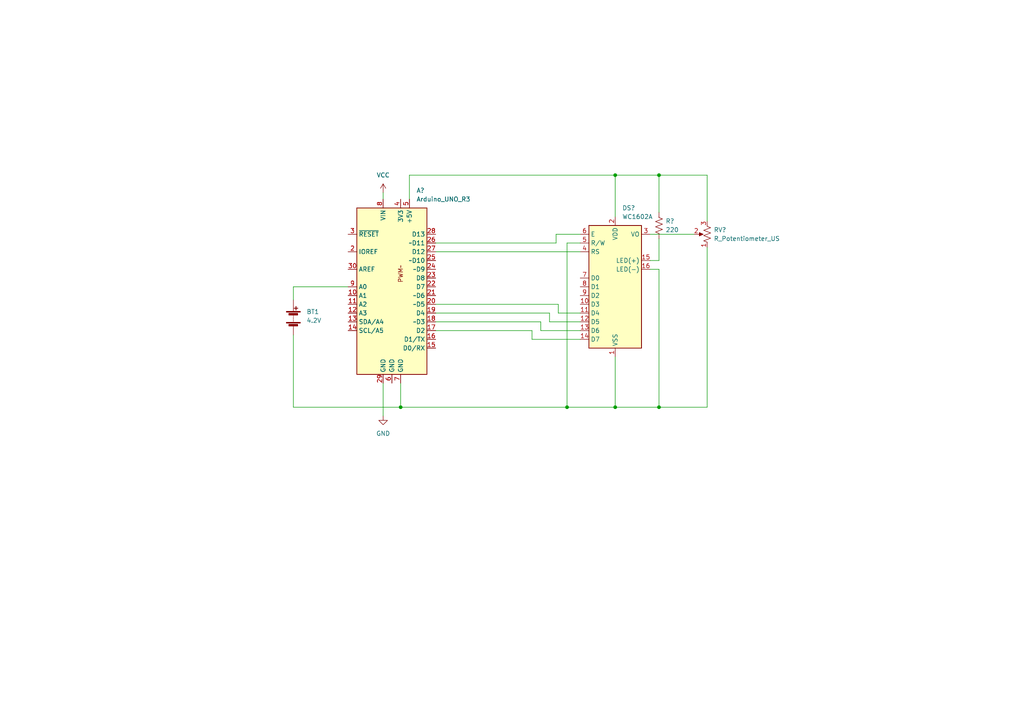
<source format=kicad_sch>
(kicad_sch (version 20211123) (generator eeschema)
  (paper "A4")
  (lib_symbols
    (symbol "Arduino:Arduino_UNO_R3"
      (property "Reference" "A" (at -10.16 23.495 0))
      (property "Value" "Arduino_UNO_R3" (at 5.08 -26.67 0))
      (symbol "Arduino_UNO_R3_0_0"
        (text "PWM~" (at 2.54 3.81 900) (effects (font (size 1.27 1.27))))
      )
      (symbol "Arduino_UNO_R3_0_1"
        (rectangle (start -10.16 22.86) (end 10.16 -25.4) (stroke (width 0.254)) (fill (type background)))
      )
      (symbol "Arduino_UNO_R3_1_1"
        (pin bidirectional line (at -12.7 -2.54 0) (length 2.54) (name "A1") (number "10"))
        (pin bidirectional line (at -12.7 -5.08 0) (length 2.54) (name "A2") (number "11"))
        (pin bidirectional line (at -12.7 -7.62 0) (length 2.54) (name "A3") (number "12"))
        (pin bidirectional line (at -12.7 -10.16 0) (length 2.54) (name "SDA/A4") (number "13"))
        (pin bidirectional line (at -12.7 -12.7 0) (length 2.54) (name "SCL/A5") (number "14"))
        (pin bidirectional line (at 12.7 -17.78 180) (length 2.54) (name "D0/RX") (number "15"))
        (pin bidirectional line (at 12.7 -15.24 180) (length 2.54) (name "D1/TX") (number "16"))
        (pin bidirectional line (at 12.7 -12.7 180) (length 2.54) (name "D2") (number "17"))
        (pin bidirectional line (at 12.7 -10.16 180) (length 2.54) (name "~D3") (number "18"))
        (pin bidirectional line (at 12.7 -7.62 180) (length 2.54) (name "D4") (number "19"))
        (pin output line (at -12.7 10.16 0) (length 2.54) (name "IOREF") (number "2"))
        (pin bidirectional line (at 12.7 -5.08 180) (length 2.54) (name "~D5") (number "20"))
        (pin bidirectional line (at 12.7 -2.54 180) (length 2.54) (name "~D6") (number "21"))
        (pin bidirectional line (at 12.7 0 180) (length 2.54) (name "D7") (number "22"))
        (pin bidirectional line (at 12.7 2.54 180) (length 2.54) (name "D8") (number "23"))
        (pin bidirectional line (at 12.7 5.08 180) (length 2.54) (name "~D9") (number "24"))
        (pin bidirectional line (at 12.7 7.62 180) (length 2.54) (name "~D10") (number "25"))
        (pin bidirectional line (at 12.7 12.7 180) (length 2.54) (name "~D11") (number "26"))
        (pin bidirectional line (at 12.7 10.16 180) (length 2.54) (name "D12") (number "27"))
        (pin bidirectional line (at 12.7 15.24 180) (length 2.54) (name "D13") (number "28"))
        (pin power_in line (at -2.54 -27.94 90) (length 2.54) (name "GND") (number "29"))
        (pin input line (at -12.7 15.24 0) (length 2.54) (name "~{RESET}") (number "3"))
        (pin input line (at -12.7 5.08 0) (length 2.54) (name "AREF") (number "30"))
        (pin power_out line (at 2.54 25.4 270) (length 2.54) (name "3V3") (number "4"))
        (pin power_out line (at 5.08 25.4 270) (length 2.54) (name "+5V") (number "5"))
        (pin power_in line (at 0 -27.94 90) (length 2.54) (name "GND") (number "6"))
        (pin power_in line (at 2.54 -27.94 90) (length 2.54) (name "GND") (number "7"))
        (pin power_in line (at -2.54 25.4 270) (length 2.54) (name "VIN") (number "8"))
        (pin bidirectional line (at -12.7 0 0) (length 2.54) (name "A0") (number "9"))
      )
    )
    (symbol "Device:Battery" (pin_numbers hide) (pin_names (offset 0) hide)
      (property "Reference" "BT" (at 2.54 2.54 0))
      (property "Value" "Battery" (at 2.54 0 0))
      (symbol "Battery_0_1"
        (rectangle (start -2.032 -1.397) (end 2.032 -1.651) (fill (type outline)))
        (rectangle (start -2.032 1.778) (end 2.032 1.524) (fill (type outline)))
        (rectangle (start -1.3208 -1.9812) (end 1.27 -2.4892) (fill (type outline)))
        (rectangle (start -1.3208 1.1938) (end 1.27 0.6858) (fill (type outline)))
        (polyline (pts (xy 0 -1.524) (xy 0 -1.27)))
        (polyline (pts (xy 0 -1.016) (xy 0 -0.762)))
        (polyline (pts (xy 0 -0.508) (xy 0 -0.254)))
        (polyline (pts (xy 0 0) (xy 0 0.254)))
        (polyline (pts (xy 0 0.508) (xy 0 0.762)))
        (polyline (pts (xy 0 1.778) (xy 0 2.54)))
        (polyline (pts (xy 0.254 2.667) (xy 1.27 2.667)) (stroke (width 0.254)))
        (polyline (pts (xy 0.762 3.175) (xy 0.762 2.159)) (stroke (width 0.254)))
      )
      (symbol "Battery_1_1"
        (pin passive line (at 0 5.08 270) (length 2.54) (name "+") (number "1"))
        (pin passive line (at 0 -5.08 90) (length 2.54) (name "-") (number "2"))
      )
    )
    (symbol "Device:R_Potentiometer_US" (pin_names (offset 1.016) hide)
      (property "Reference" "RV" (at -4.445 0 90))
      (property "Value" "R_Potentiometer_US" (at -2.54 0 90))
      (symbol "R_Potentiometer_US_0_1"
        (polyline (pts (xy 0 -2.286) (xy 0 -2.54)))
        (polyline (pts (xy 0 2.54) (xy 0 2.286)))
        (polyline (pts (xy 2.54 0) (xy 1.524 0)))
        (polyline (pts (xy 1.143 0) (xy 2.286 0.508) (xy 2.286 -0.508) (xy 1.143 0)) (fill (type outline)))
        (polyline (pts (xy 0 -0.762) (xy 1.016 -1.143) (xy 0 -1.524) (xy -1.016 -1.905) (xy 0 -2.286)))
        (polyline (pts (xy 0 0.762) (xy 1.016 0.381) (xy 0 0) (xy -1.016 -0.381) (xy 0 -0.762)))
        (polyline (pts (xy 0 2.286) (xy 1.016 1.905) (xy 0 1.524) (xy -1.016 1.143) (xy 0 0.762)))
      )
      (symbol "R_Potentiometer_US_1_1"
        (pin passive line (at 0 3.81 270) (length 1.27) (name "1") (number "1"))
        (pin passive line (at 3.81 0 180) (length 1.27) (name "2") (number "2"))
        (pin passive line (at 0 -3.81 90) (length 1.27) (name "3") (number "3"))
      )
    )
    (symbol "Device:R_US" (pin_numbers hide) (pin_names (offset 0))
      (property "Reference" "R" (at 2.54 0 90))
      (property "Value" "R_US" (at -2.54 0 90))
      (symbol "R_US_0_1"
        (polyline (pts (xy 0 -2.286) (xy 0 -2.54)))
        (polyline (pts (xy 0 2.286) (xy 0 2.54)))
        (polyline (pts (xy 0 -0.762) (xy 1.016 -1.143) (xy 0 -1.524) (xy -1.016 -1.905) (xy 0 -2.286)))
        (polyline (pts (xy 0 0.762) (xy 1.016 0.381) (xy 0 0) (xy -1.016 -0.381) (xy 0 -0.762)))
        (polyline (pts (xy 0 2.286) (xy 1.016 1.905) (xy 0 1.524) (xy -1.016 1.143) (xy 0 0.762)))
      )
      (symbol "R_US_1_1"
        (pin passive line (at 0 3.81 270) (length 1.27) (name "~") (number "1"))
        (pin passive line (at 0 -3.81 90) (length 1.27) (name "~") (number "2"))
      )
    )
    (symbol "Display_Character:WC1602A"
      (property "Reference" "DS" (at -5.842 19.05 0))
      (property "Value" "WC1602A" (at 5.334 19.05 0))
      (symbol "WC1602A_1_1"
        (rectangle (start -7.62 17.78) (end 7.62 -17.78) (stroke (width 0.254)) (fill (type background)))
        (pin power_in line (at 0 -20.32 90) (length 2.54) (name "VSS") (number "1"))
        (pin input line (at -10.16 -5.08 0) (length 2.54) (name "D3") (number "10"))
        (pin input line (at -10.16 -7.62 0) (length 2.54) (name "D4") (number "11"))
        (pin input line (at -10.16 -10.16 0) (length 2.54) (name "D5") (number "12"))
        (pin input line (at -10.16 -12.7 0) (length 2.54) (name "D6") (number "13"))
        (pin input line (at -10.16 -15.24 0) (length 2.54) (name "D7") (number "14"))
        (pin power_in line (at 10.16 7.62 180) (length 2.54) (name "LED(+)") (number "15"))
        (pin power_in line (at 10.16 5.08 180) (length 2.54) (name "LED(-)") (number "16"))
        (pin power_in line (at 0 20.32 270) (length 2.54) (name "VDD") (number "2"))
        (pin input line (at 10.16 15.24 180) (length 2.54) (name "VO") (number "3"))
        (pin input line (at -10.16 10.16 0) (length 2.54) (name "RS") (number "4"))
        (pin input line (at -10.16 12.7 0) (length 2.54) (name "R/W") (number "5"))
        (pin input line (at -10.16 15.24 0) (length 2.54) (name "E") (number "6"))
        (pin input line (at -10.16 2.54 0) (length 2.54) (name "D0") (number "7"))
        (pin input line (at -10.16 0 0) (length 2.54) (name "D1") (number "8"))
        (pin input line (at -10.16 -2.54 0) (length 2.54) (name "D2") (number "9"))
      )
    )
    (symbol "power:GND" (power) (pin_names (offset 0))
      (property "Value" "GND" (at 0 -3.81 0))
      (symbol "GND_0_1"
        (polyline (pts (xy 0 0) (xy 0 -1.27) (xy 1.27 -1.27) (xy 0 -2.54) (xy -1.27 -1.27) (xy 0 -1.27)))
      )
      (symbol "GND_1_1"
        (pin power_in line (at 0 0 270) (length 0) hide (name "GND") (number "1"))
      )
    )
    (symbol "power:VCC" (power) (pin_names (offset 0))
      (property "Value" "VCC" (at 0 3.81 0))
      (symbol "VCC_0_1"
        (polyline (pts (xy -0.762 1.27) (xy 0 2.54)))
        (polyline (pts (xy 0 0) (xy 0 2.54)))
        (polyline (pts (xy 0 2.54) (xy 0.762 1.27)))
      )
      (symbol "VCC_1_1"
        (pin power_in line (at 0 0 90) (length 0) hide (name "VCC") (number "1"))
      )
    )
  )
  (junction (at 116.205 118.11))
  (junction (at 164.465 118.11))
  (junction (at 191.135 50.8))
  (junction (at 178.435 118.11))
  (junction (at 191.135 118.11))
  (junction (at 178.435 50.8))
  (wire (pts (xy 188.595 78.105) (xy 191.135 78.105)))
  (wire (pts (xy 164.465 118.11) (xy 178.435 118.11)))
  (wire (pts (xy 188.595 67.945) (xy 201.295 67.945)))
  (wire (pts (xy 161.925 90.805) (xy 168.275 90.805)))
  (wire (pts (xy 116.205 118.11) (xy 164.465 118.11)))
  (wire (pts (xy 191.135 118.11) (xy 178.435 118.11)))
  (wire (pts (xy 164.465 70.485) (xy 164.465 118.11)))
  (wire (pts (xy 85.09 86.995) (xy 85.09 83.185)))
  (wire (pts (xy 205.105 71.755) (xy 205.105 118.11)))
  (wire (pts (xy 191.135 78.105) (xy 191.135 118.11)))
  (wire (pts (xy 126.365 70.485) (xy 161.29 70.485)))
  (wire (pts (xy 111.125 55.88) (xy 111.125 57.785)))
  (wire (pts (xy 191.135 75.565) (xy 191.135 69.215)))
  (wire (pts (xy 126.365 95.885) (xy 154.305 95.885)))
  (wire (pts (xy 178.435 103.505) (xy 178.435 118.11)))
  (wire (pts (xy 154.305 98.425) (xy 168.275 98.425)))
  (wire (pts (xy 178.435 62.865) (xy 178.435 50.8)))
  (wire (pts (xy 85.09 83.185) (xy 100.965 83.185)))
  (wire (pts (xy 191.135 50.8) (xy 205.105 50.8)))
  (wire (pts (xy 85.09 97.155) (xy 85.09 118.11)))
  (wire (pts (xy 126.365 73.025) (xy 168.275 73.025)))
  (wire (pts (xy 156.845 95.885) (xy 168.275 95.885)))
  (wire (pts (xy 159.385 90.805) (xy 159.385 93.345)))
  (wire (pts (xy 168.275 70.485) (xy 164.465 70.485)))
  (wire (pts (xy 161.925 88.265) (xy 161.925 90.805)))
  (wire (pts (xy 178.435 50.8) (xy 191.135 50.8)))
  (wire (pts (xy 126.365 88.265) (xy 161.925 88.265)))
  (wire (pts (xy 118.745 50.8) (xy 178.435 50.8)))
  (wire (pts (xy 159.385 93.345) (xy 168.275 93.345)))
  (wire (pts (xy 161.29 67.945) (xy 168.275 67.945)))
  (wire (pts (xy 191.135 50.8) (xy 191.135 61.595)))
  (wire (pts (xy 154.305 95.885) (xy 154.305 98.425)))
  (wire (pts (xy 116.205 118.11) (xy 116.205 111.125)))
  (wire (pts (xy 205.105 50.8) (xy 205.105 64.135)))
  (wire (pts (xy 111.125 111.125) (xy 111.125 120.65)))
  (wire (pts (xy 118.745 50.8) (xy 118.745 57.785)))
  (wire (pts (xy 188.595 75.565) (xy 191.135 75.565)))
  (wire (pts (xy 161.29 70.485) (xy 161.29 67.945)))
  (wire (pts (xy 126.365 90.805) (xy 159.385 90.805)))
  (wire (pts (xy 156.845 93.345) (xy 156.845 95.885)))
  (wire (pts (xy 85.09 118.11) (xy 116.205 118.11)))
  (wire (pts (xy 126.365 93.345) (xy 156.845 93.345)))
  (wire (pts (xy 205.105 118.11) (xy 191.135 118.11)))
  (symbol (lib_id "power:GND") (at 111.125 120.65 0) (unit 1)
    (property "Reference" "#PWR?" (effects hide))
    (property "Value" "GND" (at 111.125 125.73 0))
  )
  (symbol (lib_id "Device:R_US") (at 191.135 65.405 0) (unit 1)
    (property "Reference" "R?" (at 193.04 64.1349 0) (effects (justify left)))
    (property "Value" "220" (at 193.04 66.6749 0) (effects (justify left)))
  )
  (symbol (lib_id "Display_Character:WC1602A") (at 178.435 83.185 0) (unit 1)
    (property "Reference" "DS?" (at 180.4544 60.325 0) (effects (justify left)))
    (property "Value" "WC1602A" (at 180.4544 62.865 0) (effects (justify left)))
    (property "Footprint" "Display:WC1602A" (effects hide))
    (property "Datasheet" "http://www.wincomlcd.com/pdf/WC1602A-SFYLYHTC06.pdf" (effects hide))
  )
  (symbol (lib_id "power:VCC") (at 111.125 55.88 0) (unit 1)
    (property "Reference" "#PWR?" (effects hide))
    (property "Value" "VCC" (at 111.125 50.8 0))
  )
  (symbol (lib_id "Device:Battery") (at 85.09 92.075 0) (unit 1)
    (property "Reference" "BT1" (at 88.9 90.4239 0) (effects (justify left)))
    (property "Value" "4.2V" (at 88.9 92.9639 0) (effects (justify left)))
  )
  (symbol (lib_id "Device:R_Potentiometer_US") (at 205.105 67.945 180) (unit 1)
    (property "Reference" "RV?" (at 207.01 66.6749 0) (effects (justify right)))
    (property "Value" "R_Potentiometer_US" (at 207.01 69.2149 0) (effects (justify right)))
  )
  (symbol (lib_id "Arduino:Arduino_UNO_R3") (at 113.665 83.185 0) (unit 1)
    (property "Reference" "A?" (at 120.7644 55.245 0) (effects (justify left)))
    (property "Value" "Arduino_UNO_R3" (at 120.7644 57.785 0) (effects (justify left)))
    (property "Footprint" "Module:Arduino_UNO_R3" (effects hide))
    (property "Datasheet" "https://www.arduino.cc/en/Main/arduinoBoardUno" (effects hide))
  )
)
</source>
